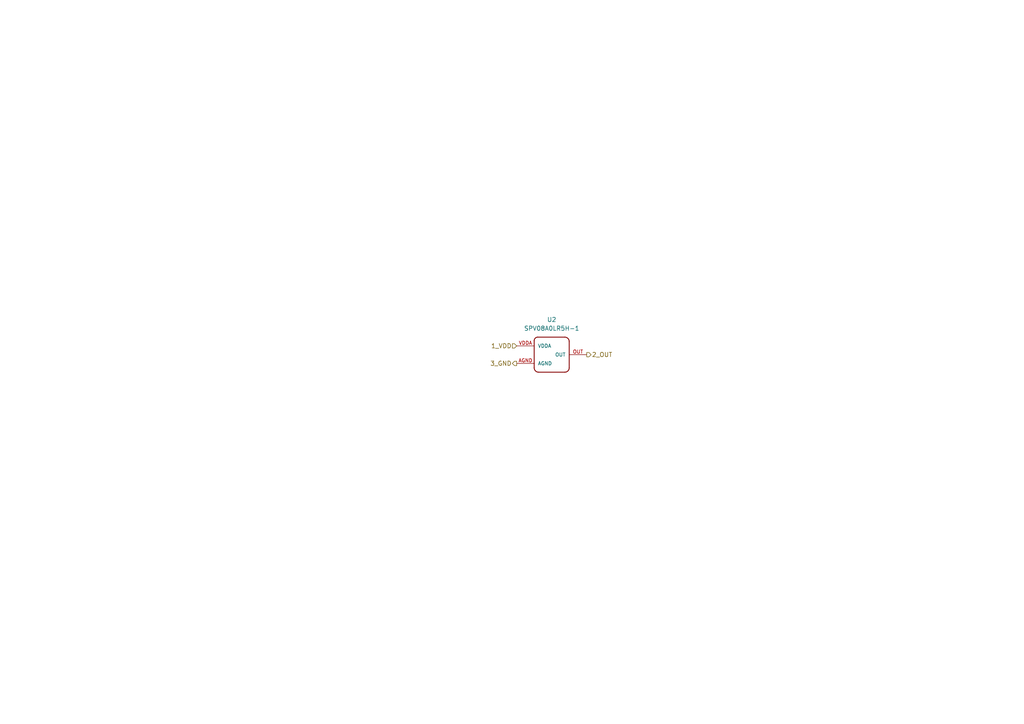
<source format=kicad_sch>
(kicad_sch (version 20230121) (generator eeschema)
  (paper "A4")
  (lib_symbols
    (symbol "SPV08A0LR5H-1:SPV08A0LR5H-1" (pin_names (offset 1.016))
      (property "Reference" "U" (at 1.016 8.636 0))
      (property "Value" "SPV08A0LR5H-1" (at 1.016 -4.826 0))
      (symbol "SPV08A0LR5H-1_0_0"
        (arc (start 0 -1.27) (mid 0.372 -2.168) (end 1.27 -2.54) (stroke (width 0.254)))
        (polyline (pts (xy 0 -1.27) (xy 0 0)) (stroke (width 0.254)))
        (polyline (pts (xy 0 0) (xy 0 6.604)) (stroke (width 0.254)))
        (polyline (pts (xy 1.016 7.62) (xy 8.89 7.62)) (stroke (width 0.254)))
        (polyline (pts (xy 8.89 -2.54) (xy 1.27 -2.54)) (stroke (width 0.254)))
        (polyline (pts (xy 10.16 6.35) (xy 10.16 -1.27)) (stroke (width 0.254)))
        (arc (start 1.016 7.62) (mid 0.2976 7.3224) (end 0 6.604) (stroke (width 0.254)))
        (arc (start 8.89 -2.54) (mid 9.788 -2.168) (end 10.16 -1.27) (stroke (width 0.254)))
        (arc (start 10.16 6.35) (mid 9.788 7.248) (end 8.89 7.62) (stroke (width 0.254)))
        (pin power_in line (at -5.08 0 0) (length 5.08) (name "AGND") (number "AGND"))
        (pin output line (at 15.24 2.54 180) (length 5.08) (name "OUT") (number "OUT"))
        (pin power_in line (at -5.08 5.08 0) (length 5.08) (name "VDDA") (number "VDDA"))
      )
    )
  )
  (hierarchical_label "3_GND" (shape output) (at 149.86 105.41 180))
  (hierarchical_label "1_VDD" (shape input) (at 149.86 100.33 180))
  (hierarchical_label "2_OUT" (shape output) (at 170.18 102.87 0))
  (symbol (lib_id "SPV08A0LR5H-1:SPV08A0LR5H-1") (at 154.94 105.41 0) (unit 1)
    (property "Reference" "U2" (at 160.02 92.71 0))
    (property "Value" "SPV08A0LR5H-1" (at 160.02 95.25 0))
    (property "Footprint" "MEMS_Mic_SMD:SPV08A0LR5H-1" (effects hide))
  )
)
</source>
